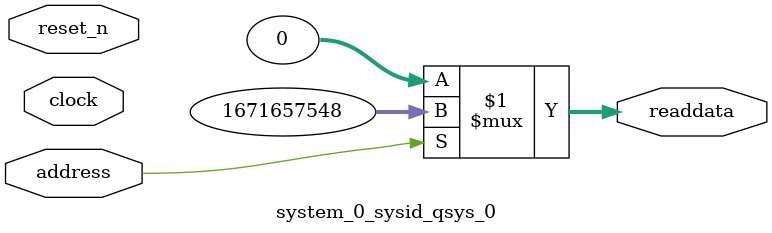
<source format=v>

`timescale 1ns / 1ps
// synthesis translate_on

// turn off superfluous verilog processor warnings 
// altera message_level Level1 
// altera message_off 10034 10035 10036 10037 10230 10240 10030 

module system_0_sysid_qsys_0 (
               // inputs:
                address,
                clock,
                reset_n,

               // outputs:
                readdata
             )
;

  output  [ 31: 0] readdata;
  input            address;
  input            clock;
  input            reset_n;

  wire    [ 31: 0] readdata;
  //control_slave, which is an e_avalon_slave
  assign readdata = address ? 1671657548 : 0;

endmodule




</source>
